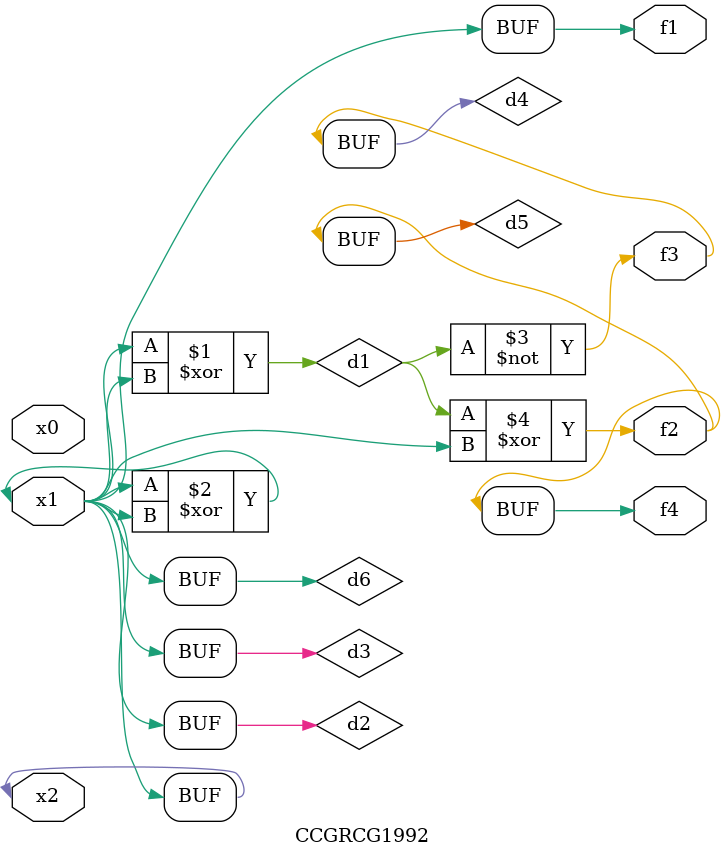
<source format=v>
module CCGRCG1992(
	input x0, x1, x2,
	output f1, f2, f3, f4
);

	wire d1, d2, d3, d4, d5, d6;

	xor (d1, x1, x2);
	buf (d2, x1, x2);
	xor (d3, x1, x2);
	nor (d4, d1);
	xor (d5, d1, d2);
	buf (d6, d2, d3);
	assign f1 = d6;
	assign f2 = d5;
	assign f3 = d4;
	assign f4 = d5;
endmodule

</source>
